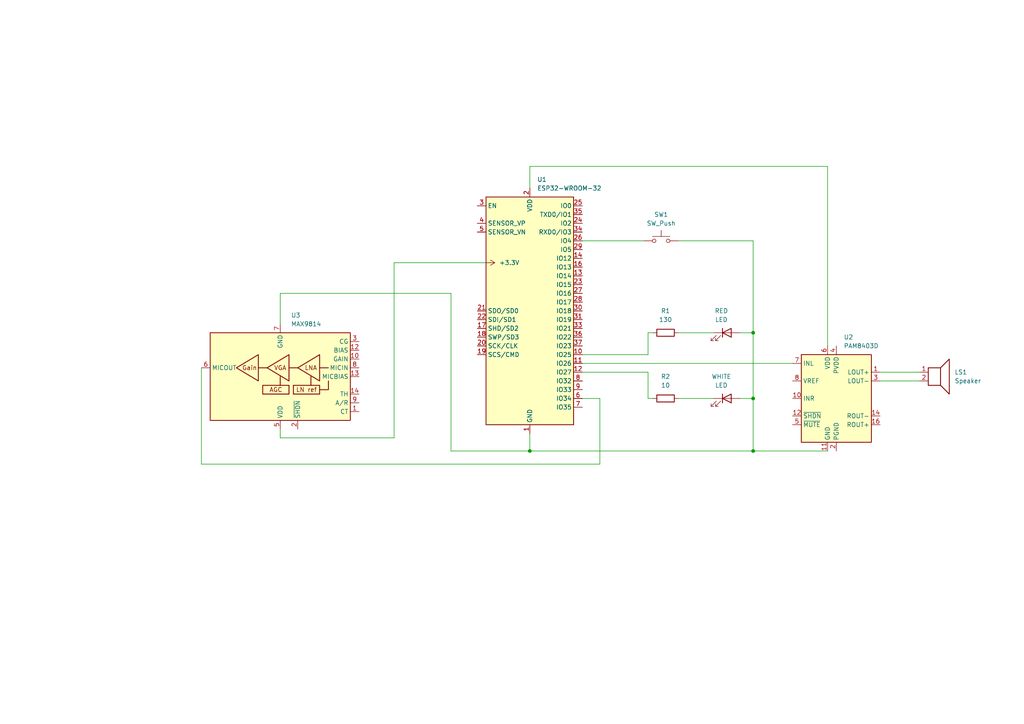
<source format=kicad_sch>
(kicad_sch (version 20250114) (generator "eeschema") (generator_version "9.0")
  (paper "A4")
  (title_block (title "AI Wheater Assitant") (date "2026-02-22"))
  (lib_symbols
    (symbol "Amplifier_Audio:MAX9814"
      (property "Reference" "U" (at -20.32 13.97 0))
      (property "Value" "MAX9814" (at 11.43 13.97 0))
      (symbol "MAX9814_0_0"
        (rectangle (start -11.43 5.08) (end -3.81 2.54) (stroke (width 0.254)))
        (polyline (pts (xy -11.43 3.81) (xy -13.97 3.81) (xy -13.97 1.27)) (stroke (width 0.254)))
        (polyline (pts (xy -11.43 -2.54) (xy -13.97 -2.54)) (stroke (width 0.254)))
        (polyline (pts (xy -8.89 2.54) (xy -8.89 0)) (stroke (width 0.254)))
        (polyline (pts (xy -5.08 -2.54) (xy -11.43 1.27) (xy -11.43 -6.35) (xy -5.08 -2.54)) (stroke (width 0.254)))
        (rectangle (start -2.54 5.08) (end 5.08 2.54) (stroke (width 0.254)))
        (polyline (pts (xy -2.54 -2.54) (xy -5.08 -2.54)) (stroke (width 0.254)))
        (polyline (pts (xy 0 2.54) (xy 0 0)) (stroke (width 0.254)))
        (polyline (pts (xy 3.81 -2.54) (xy 6.35 -2.54)) (stroke (width 0.254)))
        (polyline (pts (xy 3.81 -2.54) (xy -2.54 1.27) (xy -2.54 -6.35) (xy 3.81 -2.54)) (stroke (width 0.254)))
        (polyline (pts (xy 12.7 -2.54) (xy 6.35 1.27) (xy 6.35 -6.35) (xy 12.7 -2.54)) (stroke (width 0.254)))
        (text "LNA" (at -8.89 -2.54 0) (effects (font (size 1.27 1.27))))
        (text "LN ref" (at -7.62 3.81 0) (effects (font (size 1.27 1.27))))
        (text "VGA" (at 0 -2.54 0) (effects (font (size 1.27 1.27))))
        (text "AGC" (at 1.27 3.81 0) (effects (font (size 1.27 1.27))))
        (text "Gain" (at 8.89 -2.54 0) (effects (font (size 1.27 1.27))))
      )
      (symbol "MAX9814_0_1"
        (rectangle (start -20.32 12.7) (end 20.32 -12.7) (stroke (width 0.254)) (fill (type background)))
      )
      (symbol "MAX9814_1_1"
        (pin input line (at -22.86 10.16 0) (length 2.54) (name "CT") (number "1"))
        (pin input line (at -22.86 7.62 0) (length 2.54) (name "A/R") (number "9"))
        (pin input line (at -22.86 5.08 0) (length 2.54) (name "TH") (number "14"))
        (pin output line (at -22.86 0 0) (length 2.54) (name "MICBIAS") (number "13"))
        (pin input line (at -22.86 -2.54 0) (length 2.54) (name "MICIN") (number "8"))
        (pin input line (at -22.86 -5.08 0) (length 2.54) (name "GAIN") (number "10"))
        (pin passive line (at -22.86 -7.62 0) (length 2.54) (name "BIAS") (number "12"))
        (pin passive line (at -22.86 -10.16 0) (length 2.54) (name "CG") (number "3"))
        (pin input line (at -5.08 15.24 270) (length 2.54) (name "~{SHDN}") (number "2"))
        (pin power_in line (at 0 15.24 270) (length 2.54) (name "VDD") (number "5"))
        (pin passive line (at 0 -15.24 90) (length 2.54) (hide yes) (name "GND") (number "11"))
        (pin passive line (at 0 -15.24 90) (length 2.54) (hide yes) (name "GND") (number "15"))
        (pin passive line (at 0 -15.24 90) (length 2.54) (hide yes) (name "GND") (number "4"))
        (pin power_in line (at 0 -15.24 90) (length 2.54) (name "GND") (number "7"))
        (pin output line (at 22.86 -2.54 180) (length 2.54) (name "MICOUT") (number "6"))
      )
    )
    (symbol "Amplifier_Audio:PAM8403D"
      (property "Reference" "U" (at 1.27 16.51 0))
      (property "Value" "PAM8403D" (at 6.096 14.224 0))
      (symbol "PAM8403D_0_1"
        (rectangle (start -10.16 12.7) (end 10.16 -12.7) (stroke (width 0.254)) (fill (type background)))
      )
      (symbol "PAM8403D_1_1"
        (pin input line (at -12.7 10.16 0) (length 2.54) (name "INL") (number "7"))
        (pin input line (at -12.7 5.08 0) (length 2.54) (name "VREF") (number "8"))
        (pin input line (at -12.7 0 0) (length 2.54) (name "INR") (number "10"))
        (pin input line (at -12.7 -5.08 0) (length 2.54) (name "~{SHDN}") (number "12"))
        (pin input line (at -12.7 -7.62 0) (length 2.54) (name "~{MUTE}") (number "5"))
        (pin power_in line (at -2.54 15.24 270) (length 2.54) (name "VDD") (number "6"))
        (pin power_in line (at -2.54 -15.24 90) (length 2.54) (name "GND") (number "11"))
        (pin passive line (at 0 15.24 270) (length 2.54) (hide yes) (name "PVDD") (number "13"))
        (pin power_in line (at 0 15.24 270) (length 2.54) (name "PVDD") (number "4"))
        (pin passive line (at 0 -15.24 90) (length 2.54) (hide yes) (name "PGND") (number "15"))
        (pin power_in line (at 0 -15.24 90) (length 2.54) (name "PGND") (number "2"))
        (pin no_connect line (at 10.16 -10.16 180) (length 2.54) (hide yes) (name "NC") (number "9"))
        (pin output line (at 12.7 7.62 180) (length 2.54) (name "LOUT+") (number "1"))
        (pin output line (at 12.7 5.08 180) (length 2.54) (name "LOUT-") (number "3"))
        (pin output line (at 12.7 -5.08 180) (length 2.54) (name "ROUT-") (number "14"))
        (pin output line (at 12.7 -7.62 180) (length 2.54) (name "ROUT+") (number "16"))
      )
    )
    (symbol "Device:LED" (pin_numbers (hide yes)) (pin_names (offset 1.016) (hide yes))
      (property "Reference" "D" (at 0 2.54 0))
      (property "Value" "LED" (at 0 -2.54 0))
      (symbol "LED_0_1"
        (polyline (pts (xy -3.048 -0.762) (xy -4.572 -2.286) (xy -3.81 -2.286) (xy -4.572 -2.286) (xy -4.572 -1.524)))
        (polyline (pts (xy -1.778 -0.762) (xy -3.302 -2.286) (xy -2.54 -2.286) (xy -3.302 -2.286) (xy -3.302 -1.524)))
        (polyline (pts (xy -1.27 0) (xy 1.27 0)))
        (polyline (pts (xy -1.27 -1.27) (xy -1.27 1.27)) (stroke (width 0.254)))
        (polyline (pts (xy 1.27 -1.27) (xy 1.27 1.27) (xy -1.27 0) (xy 1.27 -1.27)) (stroke (width 0.254)))
      )
      (symbol "LED_1_1"
        (pin passive line (at -3.81 0 0) (length 2.54) (name "K") (number "1"))
        (pin passive line (at 3.81 0 180) (length 2.54) (name "A") (number "2"))
      )
    )
    (symbol "Device:R" (pin_numbers (hide yes)) (pin_names (offset 0))
      (property "Reference" "R" (at 2.032 0 90))
      (property "Value" "R" (at 0 0 90))
      (symbol "R_0_1"
        (rectangle (start -1.016 -2.54) (end 1.016 2.54) (stroke (width 0.254)))
      )
      (symbol "R_1_1"
        (pin passive line (at 0 3.81 270) (length 1.27) (name "~") (number "1"))
        (pin passive line (at 0 -3.81 90) (length 1.27) (name "~") (number "2"))
      )
    )
    (symbol "Device:Speaker" (pin_names (offset 0) (hide yes))
      (property "Reference" "LS" (at 1.27 5.715 0))
      (property "Value" "Speaker" (at 1.27 3.81 0))
      (symbol "Speaker_0_0"
        (rectangle (start -2.54 1.27) (end 1.016 -3.81) (stroke (width 0.254)))
        (polyline (pts (xy 1.016 1.27) (xy 3.556 3.81) (xy 3.556 -6.35) (xy 1.016 -3.81)) (stroke (width 0.254)))
      )
      (symbol "Speaker_1_1"
        (pin input line (at -5.08 0 0) (length 2.54) (name "1") (number "1"))
        (pin input line (at -5.08 -2.54 0) (length 2.54) (name "2") (number "2"))
      )
    )
    (symbol "RF_Module:ESP32-WROOM-32"
      (property "Reference" "U" (at -12.7 34.29 0))
      (property "Value" "ESP32-WROOM-32" (at 1.27 34.29 0))
      (symbol "ESP32-WROOM-32_0_1"
        (rectangle (start -12.7 33.02) (end 12.7 -33.02) (stroke (width 0.254)) (fill (type background)))
      )
      (symbol "ESP32-WROOM-32_1_1"
        (pin input line (at -15.24 30.48 0) (length 2.54) (name "EN") (number "3"))
        (pin input line (at -15.24 25.4 0) (length 2.54) (name "SENSOR_VP") (number "4"))
        (pin input line (at -15.24 22.86 0) (length 2.54) (name "SENSOR_VN") (number "5"))
        (pin bidirectional line (at -15.24 0 0) (length 2.54) (name "SDO/SD0") (number "21"))
        (pin bidirectional line (at -15.24 -2.54 0) (length 2.54) (name "SDI/SD1") (number "22"))
        (pin bidirectional line (at -15.24 -5.08 0) (length 2.54) (name "SHD/SD2") (number "17"))
        (pin bidirectional line (at -15.24 -7.62 0) (length 2.54) (name "SWP/SD3") (number "18"))
        (pin bidirectional line (at -15.24 -10.16 0) (length 2.54) (name "SCK/CLK") (number "20"))
        (pin bidirectional line (at -15.24 -12.7 0) (length 2.54) (name "SCS/CMD") (number "19"))
        (pin no_connect line (at -12.7 -27.94 0) (length 2.54) (hide yes) (name "NC") (number "32"))
        (pin power_in line (at 0 35.56 270) (length 2.54) (name "VDD") (number "2"))
        (pin power_in line (at 0 -35.56 90) (length 2.54) (name "GND") (number "1"))
        (pin passive line (at 0 -35.56 90) (length 2.54) (hide yes) (name "GND") (number "15"))
        (pin passive line (at 0 -35.56 90) (length 2.54) (hide yes) (name "GND") (number "38"))
        (pin passive line (at 0 -35.56 90) (length 2.54) (hide yes) (name "GND") (number "39"))
        (pin bidirectional line (at 15.24 30.48 180) (length 2.54) (name "IO0") (number "25"))
        (pin bidirectional line (at 15.24 27.94 180) (length 2.54) (name "TXD0/IO1") (number "35"))
        (pin bidirectional line (at 15.24 25.4 180) (length 2.54) (name "IO2") (number "24"))
        (pin bidirectional line (at 15.24 22.86 180) (length 2.54) (name "RXD0/IO3") (number "34"))
        (pin bidirectional line (at 15.24 20.32 180) (length 2.54) (name "IO4") (number "26"))
        (pin bidirectional line (at 15.24 17.78 180) (length 2.54) (name "IO5") (number "29"))
        (pin bidirectional line (at 15.24 15.24 180) (length 2.54) (name "IO12") (number "14"))
        (pin bidirectional line (at 15.24 12.7 180) (length 2.54) (name "IO13") (number "16"))
        (pin bidirectional line (at 15.24 10.16 180) (length 2.54) (name "IO14") (number "13"))
        (pin bidirectional line (at 15.24 7.62 180) (length 2.54) (name "IO15") (number "23"))
        (pin bidirectional line (at 15.24 5.08 180) (length 2.54) (name "IO16") (number "27"))
        (pin bidirectional line (at 15.24 2.54 180) (length 2.54) (name "IO17") (number "28"))
        (pin bidirectional line (at 15.24 0 180) (length 2.54) (name "IO18") (number "30"))
        (pin bidirectional line (at 15.24 -2.54 180) (length 2.54) (name "IO19") (number "31"))
        (pin bidirectional line (at 15.24 -5.08 180) (length 2.54) (name "IO21") (number "33"))
        (pin bidirectional line (at 15.24 -7.62 180) (length 2.54) (name "IO22") (number "36"))
        (pin bidirectional line (at 15.24 -10.16 180) (length 2.54) (name "IO23") (number "37"))
        (pin bidirectional line (at 15.24 -12.7 180) (length 2.54) (name "IO25") (number "10"))
        (pin bidirectional line (at 15.24 -15.24 180) (length 2.54) (name "IO26") (number "11"))
        (pin bidirectional line (at 15.24 -17.78 180) (length 2.54) (name "IO27") (number "12"))
        (pin bidirectional line (at 15.24 -20.32 180) (length 2.54) (name "IO32") (number "8"))
        (pin bidirectional line (at 15.24 -22.86 180) (length 2.54) (name "IO33") (number "9"))
        (pin input line (at 15.24 -25.4 180) (length 2.54) (name "IO34") (number "6"))
        (pin input line (at 15.24 -27.94 180) (length 2.54) (name "IO35") (number "7"))
      )
    )
    (symbol "Switch:SW_Push" (pin_numbers (hide yes)) (pin_names (offset 1.016) (hide yes))
      (property "Reference" "SW" (at 1.27 2.54 0))
      (property "Value" "SW_Push" (at 0 -1.524 0))
      (symbol "SW_Push_0_1"
        (circle (center -2.032 0) (radius 0.508))
        (polyline (pts (xy 0 1.27) (xy 0 3.048)))
        (circle (center 2.032 0) (radius 0.508))
        (polyline (pts (xy 2.54 1.27) (xy -2.54 1.27)))
        (pin passive line (at -5.08 0 0) (length 2.54) (name "1") (number "1"))
        (pin passive line (at 5.08 0 180) (length 2.54) (name "2") (number "2"))
      )
    )
    (symbol "power:+3.3V" (power) (pin_numbers (hide yes)) (pin_names (offset 0) (hide yes))
      (property "Value" "+3.3V" (at 0 3.556 0))
      (symbol "+3.3V_0_1"
        (polyline (pts (xy -0.762 1.27) (xy 0 2.54)))
        (polyline (pts (xy 0 2.54) (xy 0.762 1.27)))
        (polyline (pts (xy 0 0) (xy 0 2.54)))
      )
      (symbol "+3.3V_1_1"
        (pin power_in line (at 0 0 90) (length 0) (name "~") (number "1"))
      )
    )
  )
  (junction (at 218.44 115.57))
  (junction (at 153.67 130.81))
  (junction (at 218.44 96.52))
  (junction (at 218.44 130.81))
  (wire (pts (xy 187.96 102.87) (xy 168.91 102.87)))
  (wire (pts (xy 255.27 110.49) (xy 266.7 110.49)))
  (wire (pts (xy 240.03 48.26) (xy 240.03 100.33)))
  (wire (pts (xy 153.67 54.61) (xy 153.67 48.26)))
  (wire (pts (xy 114.3 76.2) (xy 114.3 127)))
  (wire (pts (xy 218.44 130.81) (xy 153.67 130.81)))
  (wire (pts (xy 196.85 96.52) (xy 207.01 96.52)))
  (wire (pts (xy 214.63 96.52) (xy 218.44 96.52)))
  (wire (pts (xy 187.96 115.57) (xy 189.23 115.57)))
  (wire (pts (xy 140.97 76.2) (xy 114.3 76.2)))
  (wire (pts (xy 218.44 69.85) (xy 218.44 96.52)))
  (wire (pts (xy 168.91 105.41) (xy 229.87 105.41)))
  (wire (pts (xy 187.96 107.95) (xy 168.91 107.95)))
  (wire (pts (xy 81.28 127) (xy 81.28 124.46)))
  (wire (pts (xy 130.81 130.81) (xy 153.67 130.81)))
  (wire (pts (xy 114.3 127) (xy 81.28 127)))
  (wire (pts (xy 153.67 48.26) (xy 240.03 48.26)))
  (wire (pts (xy 153.67 130.81) (xy 153.67 125.73)))
  (wire (pts (xy 196.85 69.85) (xy 218.44 69.85)))
  (wire (pts (xy 58.42 134.62) (xy 173.99 134.62)))
  (wire (pts (xy 240.03 130.81) (xy 218.44 130.81)))
  (wire (pts (xy 187.96 115.57) (xy 187.96 107.95)))
  (wire (pts (xy 81.28 93.98) (xy 81.28 85.09)))
  (wire (pts (xy 255.27 107.95) (xy 266.7 107.95)))
  (wire (pts (xy 196.85 115.57) (xy 207.01 115.57)))
  (wire (pts (xy 218.44 96.52) (xy 218.44 115.57)))
  (wire (pts (xy 168.91 69.85) (xy 186.69 69.85)))
  (wire (pts (xy 214.63 115.57) (xy 218.44 115.57)))
  (wire (pts (xy 187.96 96.52) (xy 189.23 96.52)))
  (wire (pts (xy 81.28 85.09) (xy 130.81 85.09)))
  (wire (pts (xy 130.81 85.09) (xy 130.81 130.81)))
  (wire (pts (xy 187.96 96.52) (xy 187.96 102.87)))
  (wire (pts (xy 168.91 115.57) (xy 173.99 115.57)))
  (wire (pts (xy 218.44 115.57) (xy 218.44 130.81)))
  (wire (pts (xy 58.42 106.68) (xy 58.42 134.62)))
  (wire (pts (xy 173.99 134.62) (xy 173.99 115.57)))
  (symbol (lib_id "Device:R") (at 193.04 96.52 90) (unit 1)
    (property "Reference" "R1" (at 193.04 90.17 90))
    (property "Value" "130" (at 193.04 92.71 90))
    (property "Description" "Resistor" (effects (hide yes)))
  )
  (symbol (lib_id "Device:LED") (at 210.82 96.52 0) (unit 1)
    (property "Reference" "RED" (at 209.2325 90.17 0))
    (property "Value" "LED" (at 209.2325 92.71 0))
    (property "Description" "Light emitting diode" (effects (hide yes)))
    (property "Sim.Pins" "1=K 2=A" (effects (hide yes)))
  )
  (symbol (lib_id "Device:R") (at 193.04 115.57 90) (unit 1)
    (property "Reference" "R2" (at 193.04 109.22 90))
    (property "Value" "10" (at 193.04 111.76 90))
    (property "Description" "Resistor" (effects (hide yes)))
  )
  (symbol (lib_id "Amplifier_Audio:MAX9814") (at 81.28 109.22 180) (unit 1)
    (property "Reference" "U3" (at 84.3981 91.44 0) (effects (justify right)))
    (property "Value" "MAX9814" (at 84.3981 93.98 0) (effects (justify right)))
    (property "Footprint" "Package_DFN_QFN:DFN-14-1EP_3x3mm_P0.4mm_EP1.78x2.35mm" (effects (hide yes)))
    (property "Datasheet" "https://datasheets.maximintegrated.com/en/ds/MAX9814.pdf" (effects (hide yes)))
    (property "Description" "Microphone Amplifier with AGC and Low-Noise Microphone Bias, TDFN-14" (effects (hide yes)))
  )
  (symbol (lib_id "power:+3.3V") (at 140.97 76.2 270) (unit 1)
    (property "Reference" "#PWR01" (effects (hide yes)))
    (property "Value" "+3.3V" (at 144.78 76.1999 90) (effects (justify left)))
    (property "Description" "Power symbol creates a global label with name \"+3.3V\"" (effects (hide yes)))
  )
  (symbol (lib_id "Amplifier_Audio:PAM8403D") (at 242.57 115.57 0) (unit 1)
    (property "Reference" "U2" (at 244.7133 97.79 0) (effects (justify left)))
    (property "Value" "PAM8403D" (at 244.7133 100.33 0) (effects (justify left)))
    (property "Footprint" "Package_SO:SOIC-16_3.9x9.9mm_P1.27mm" (effects (hide yes)))
    (property "Datasheet" "https://www.diodes.com/assets/Datasheets/products_inactive_data/PAM8403.pdf" (effects (hide yes)))
    (property "Description" "3W Filterless Class-D Stereo Audio Amplifier, SOIC-16" (effects (hide yes)))
  )
  (symbol (lib_id "Device:Speaker") (at 271.78 107.95 0) (unit 1)
    (property "Reference" "LS1" (at 276.86 107.9499 0) (effects (justify left)))
    (property "Value" "Speaker" (at 276.86 110.4899 0) (effects (justify left)))
    (property "Description" "Speaker" (effects (hide yes)))
  )
  (symbol (lib_id "Switch:SW_Push") (at 191.77 69.85 0) (unit 1)
    (property "Reference" "SW1" (at 191.77 62.23 0))
    (property "Value" "SW_Push" (at 191.77 64.77 0))
    (property "Description" "Push button switch, generic, two pins" (effects (hide yes)))
  )
  (symbol (lib_id "RF_Module:ESP32-WROOM-32") (at 153.67 90.17 0) (unit 1)
    (property "Reference" "U1" (at 155.8133 52.07 0) (effects (justify left)))
    (property "Value" "ESP32-WROOM-32" (at 155.8133 54.61 0) (effects (justify left)))
    (property "Footprint" "RF_Module:ESP32-WROOM-32" (effects (hide yes)))
    (property "Datasheet" "https://www.espressif.com/sites/default/files/documentation/esp32-wroom-32_datasheet_en.pdf" (effects (hide yes)))
    (property "Description" "RF Module, ESP32-D0WDQ6 SoC, Wi-Fi 802.11b/g/n, Bluetooth, BLE, 32-bit, 2.7-3.6V, onboard antenna, SMD" (effects (hide yes)))
  )
  (symbol (lib_id "Device:LED") (at 210.82 115.57 0) (unit 1)
    (property "Reference" "WHITE" (at 209.2325 109.22 0))
    (property "Value" "LED" (at 209.2325 111.76 0))
    (property "Description" "Light emitting diode" (effects (hide yes)))
    (property "Sim.Pins" "1=K 2=A" (effects (hide yes)))
  )
)
</source>
